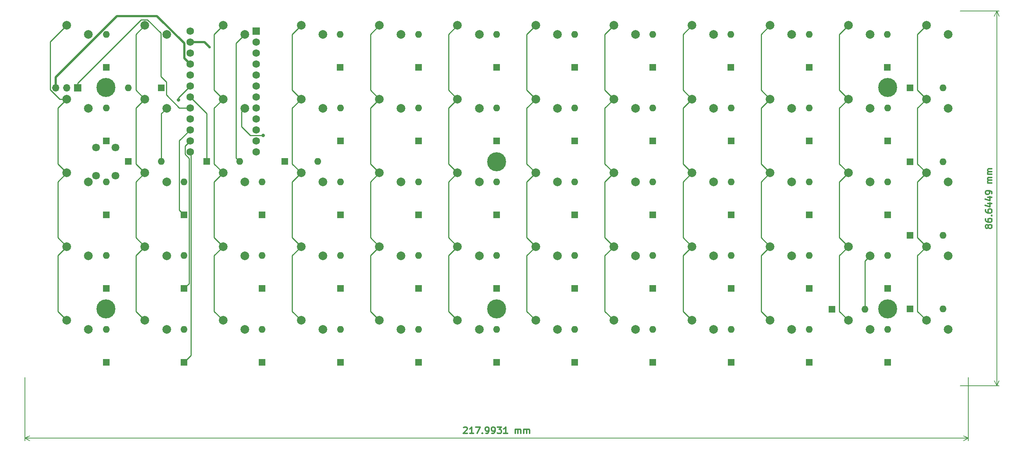
<source format=gtl>
G04 #@! TF.GenerationSoftware,KiCad,Pcbnew,7.0.1*
G04 #@! TF.CreationDate,2023-04-06T13:44:27+02:00*
G04 #@! TF.ProjectId,t-rex,742d7265-782e-46b6-9963-61645f706362,rev?*
G04 #@! TF.SameCoordinates,Original*
G04 #@! TF.FileFunction,Copper,L1,Top*
G04 #@! TF.FilePolarity,Positive*
%FSLAX46Y46*%
G04 Gerber Fmt 4.6, Leading zero omitted, Abs format (unit mm)*
G04 Created by KiCad (PCBNEW 7.0.1) date 2023-04-06 13:44:27*
%MOMM*%
%LPD*%
G01*
G04 APERTURE LIST*
%ADD10C,0.300000*%
G04 #@! TA.AperFunction,NonConductor*
%ADD11C,0.300000*%
G04 #@! TD*
G04 #@! TA.AperFunction,NonConductor*
%ADD12C,0.200000*%
G04 #@! TD*
G04 #@! TA.AperFunction,ComponentPad*
%ADD13R,1.600000X1.600000*%
G04 #@! TD*
G04 #@! TA.AperFunction,ComponentPad*
%ADD14O,1.600000X1.600000*%
G04 #@! TD*
G04 #@! TA.AperFunction,ComponentPad*
%ADD15C,2.000000*%
G04 #@! TD*
G04 #@! TA.AperFunction,ComponentPad*
%ADD16R,1.700000X1.700000*%
G04 #@! TD*
G04 #@! TA.AperFunction,ComponentPad*
%ADD17O,1.700000X1.700000*%
G04 #@! TD*
G04 #@! TA.AperFunction,ComponentPad*
%ADD18C,4.400000*%
G04 #@! TD*
G04 #@! TA.AperFunction,ComponentPad*
%ADD19C,1.800000*%
G04 #@! TD*
G04 #@! TA.AperFunction,ComponentPad*
%ADD20R,1.752600X1.752600*%
G04 #@! TD*
G04 #@! TA.AperFunction,ComponentPad*
%ADD21C,1.752600*%
G04 #@! TD*
G04 #@! TA.AperFunction,ViaPad*
%ADD22C,0.800000*%
G04 #@! TD*
G04 #@! TA.AperFunction,ViaPad*
%ADD23C,0.600000*%
G04 #@! TD*
G04 #@! TA.AperFunction,Conductor*
%ADD24C,0.250000*%
G04 #@! TD*
G04 #@! TA.AperFunction,Conductor*
%ADD25C,0.508000*%
G04 #@! TD*
G04 APERTURE END LIST*
D10*
D11*
X255811785Y-75467855D02*
X255740357Y-75610712D01*
X255740357Y-75610712D02*
X255668928Y-75682141D01*
X255668928Y-75682141D02*
X255526071Y-75753569D01*
X255526071Y-75753569D02*
X255454642Y-75753569D01*
X255454642Y-75753569D02*
X255311785Y-75682141D01*
X255311785Y-75682141D02*
X255240357Y-75610712D01*
X255240357Y-75610712D02*
X255168928Y-75467855D01*
X255168928Y-75467855D02*
X255168928Y-75182141D01*
X255168928Y-75182141D02*
X255240357Y-75039284D01*
X255240357Y-75039284D02*
X255311785Y-74967855D01*
X255311785Y-74967855D02*
X255454642Y-74896426D01*
X255454642Y-74896426D02*
X255526071Y-74896426D01*
X255526071Y-74896426D02*
X255668928Y-74967855D01*
X255668928Y-74967855D02*
X255740357Y-75039284D01*
X255740357Y-75039284D02*
X255811785Y-75182141D01*
X255811785Y-75182141D02*
X255811785Y-75467855D01*
X255811785Y-75467855D02*
X255883214Y-75610712D01*
X255883214Y-75610712D02*
X255954642Y-75682141D01*
X255954642Y-75682141D02*
X256097500Y-75753569D01*
X256097500Y-75753569D02*
X256383214Y-75753569D01*
X256383214Y-75753569D02*
X256526071Y-75682141D01*
X256526071Y-75682141D02*
X256597500Y-75610712D01*
X256597500Y-75610712D02*
X256668928Y-75467855D01*
X256668928Y-75467855D02*
X256668928Y-75182141D01*
X256668928Y-75182141D02*
X256597500Y-75039284D01*
X256597500Y-75039284D02*
X256526071Y-74967855D01*
X256526071Y-74967855D02*
X256383214Y-74896426D01*
X256383214Y-74896426D02*
X256097500Y-74896426D01*
X256097500Y-74896426D02*
X255954642Y-74967855D01*
X255954642Y-74967855D02*
X255883214Y-75039284D01*
X255883214Y-75039284D02*
X255811785Y-75182141D01*
X255168928Y-73610713D02*
X255168928Y-73896427D01*
X255168928Y-73896427D02*
X255240357Y-74039284D01*
X255240357Y-74039284D02*
X255311785Y-74110713D01*
X255311785Y-74110713D02*
X255526071Y-74253570D01*
X255526071Y-74253570D02*
X255811785Y-74324998D01*
X255811785Y-74324998D02*
X256383214Y-74324998D01*
X256383214Y-74324998D02*
X256526071Y-74253570D01*
X256526071Y-74253570D02*
X256597500Y-74182141D01*
X256597500Y-74182141D02*
X256668928Y-74039284D01*
X256668928Y-74039284D02*
X256668928Y-73753570D01*
X256668928Y-73753570D02*
X256597500Y-73610713D01*
X256597500Y-73610713D02*
X256526071Y-73539284D01*
X256526071Y-73539284D02*
X256383214Y-73467855D01*
X256383214Y-73467855D02*
X256026071Y-73467855D01*
X256026071Y-73467855D02*
X255883214Y-73539284D01*
X255883214Y-73539284D02*
X255811785Y-73610713D01*
X255811785Y-73610713D02*
X255740357Y-73753570D01*
X255740357Y-73753570D02*
X255740357Y-74039284D01*
X255740357Y-74039284D02*
X255811785Y-74182141D01*
X255811785Y-74182141D02*
X255883214Y-74253570D01*
X255883214Y-74253570D02*
X256026071Y-74324998D01*
X256526071Y-72824999D02*
X256597500Y-72753570D01*
X256597500Y-72753570D02*
X256668928Y-72824999D01*
X256668928Y-72824999D02*
X256597500Y-72896427D01*
X256597500Y-72896427D02*
X256526071Y-72824999D01*
X256526071Y-72824999D02*
X256668928Y-72824999D01*
X255168928Y-71467856D02*
X255168928Y-71753570D01*
X255168928Y-71753570D02*
X255240357Y-71896427D01*
X255240357Y-71896427D02*
X255311785Y-71967856D01*
X255311785Y-71967856D02*
X255526071Y-72110713D01*
X255526071Y-72110713D02*
X255811785Y-72182141D01*
X255811785Y-72182141D02*
X256383214Y-72182141D01*
X256383214Y-72182141D02*
X256526071Y-72110713D01*
X256526071Y-72110713D02*
X256597500Y-72039284D01*
X256597500Y-72039284D02*
X256668928Y-71896427D01*
X256668928Y-71896427D02*
X256668928Y-71610713D01*
X256668928Y-71610713D02*
X256597500Y-71467856D01*
X256597500Y-71467856D02*
X256526071Y-71396427D01*
X256526071Y-71396427D02*
X256383214Y-71324998D01*
X256383214Y-71324998D02*
X256026071Y-71324998D01*
X256026071Y-71324998D02*
X255883214Y-71396427D01*
X255883214Y-71396427D02*
X255811785Y-71467856D01*
X255811785Y-71467856D02*
X255740357Y-71610713D01*
X255740357Y-71610713D02*
X255740357Y-71896427D01*
X255740357Y-71896427D02*
X255811785Y-72039284D01*
X255811785Y-72039284D02*
X255883214Y-72110713D01*
X255883214Y-72110713D02*
X256026071Y-72182141D01*
X255668928Y-70039285D02*
X256668928Y-70039285D01*
X255097500Y-70396427D02*
X256168928Y-70753570D01*
X256168928Y-70753570D02*
X256168928Y-69824999D01*
X255668928Y-68610714D02*
X256668928Y-68610714D01*
X255097500Y-68967856D02*
X256168928Y-69324999D01*
X256168928Y-69324999D02*
X256168928Y-68396428D01*
X256668928Y-67753571D02*
X256668928Y-67467857D01*
X256668928Y-67467857D02*
X256597500Y-67325000D01*
X256597500Y-67325000D02*
X256526071Y-67253571D01*
X256526071Y-67253571D02*
X256311785Y-67110714D01*
X256311785Y-67110714D02*
X256026071Y-67039285D01*
X256026071Y-67039285D02*
X255454642Y-67039285D01*
X255454642Y-67039285D02*
X255311785Y-67110714D01*
X255311785Y-67110714D02*
X255240357Y-67182143D01*
X255240357Y-67182143D02*
X255168928Y-67325000D01*
X255168928Y-67325000D02*
X255168928Y-67610714D01*
X255168928Y-67610714D02*
X255240357Y-67753571D01*
X255240357Y-67753571D02*
X255311785Y-67825000D01*
X255311785Y-67825000D02*
X255454642Y-67896428D01*
X255454642Y-67896428D02*
X255811785Y-67896428D01*
X255811785Y-67896428D02*
X255954642Y-67825000D01*
X255954642Y-67825000D02*
X256026071Y-67753571D01*
X256026071Y-67753571D02*
X256097500Y-67610714D01*
X256097500Y-67610714D02*
X256097500Y-67325000D01*
X256097500Y-67325000D02*
X256026071Y-67182143D01*
X256026071Y-67182143D02*
X255954642Y-67110714D01*
X255954642Y-67110714D02*
X255811785Y-67039285D01*
X256668928Y-65253572D02*
X255668928Y-65253572D01*
X255811785Y-65253572D02*
X255740357Y-65182143D01*
X255740357Y-65182143D02*
X255668928Y-65039286D01*
X255668928Y-65039286D02*
X255668928Y-64825000D01*
X255668928Y-64825000D02*
X255740357Y-64682143D01*
X255740357Y-64682143D02*
X255883214Y-64610715D01*
X255883214Y-64610715D02*
X256668928Y-64610715D01*
X255883214Y-64610715D02*
X255740357Y-64539286D01*
X255740357Y-64539286D02*
X255668928Y-64396429D01*
X255668928Y-64396429D02*
X255668928Y-64182143D01*
X255668928Y-64182143D02*
X255740357Y-64039286D01*
X255740357Y-64039286D02*
X255883214Y-63967857D01*
X255883214Y-63967857D02*
X256668928Y-63967857D01*
X256668928Y-63253572D02*
X255668928Y-63253572D01*
X255811785Y-63253572D02*
X255740357Y-63182143D01*
X255740357Y-63182143D02*
X255668928Y-63039286D01*
X255668928Y-63039286D02*
X255668928Y-62825000D01*
X255668928Y-62825000D02*
X255740357Y-62682143D01*
X255740357Y-62682143D02*
X255883214Y-62610715D01*
X255883214Y-62610715D02*
X256668928Y-62610715D01*
X255883214Y-62610715D02*
X255740357Y-62539286D01*
X255740357Y-62539286D02*
X255668928Y-62396429D01*
X255668928Y-62396429D02*
X255668928Y-62182143D01*
X255668928Y-62182143D02*
X255740357Y-62039286D01*
X255740357Y-62039286D02*
X255883214Y-61967857D01*
X255883214Y-61967857D02*
X256668928Y-61967857D01*
D12*
X249366202Y-112147453D02*
X258361420Y-112147453D01*
X249366202Y-25502547D02*
X258361420Y-25502547D01*
X257775000Y-112147453D02*
X257775000Y-25502547D01*
X257775000Y-112147453D02*
X257775000Y-25502547D01*
X257775000Y-112147453D02*
X257188579Y-111020949D01*
X257775000Y-112147453D02*
X258361421Y-111020949D01*
X257775000Y-25502547D02*
X258361421Y-26629051D01*
X257775000Y-25502547D02*
X257188579Y-26629051D01*
D10*
D11*
X134608054Y-121861785D02*
X134679482Y-121790357D01*
X134679482Y-121790357D02*
X134822340Y-121718928D01*
X134822340Y-121718928D02*
X135179482Y-121718928D01*
X135179482Y-121718928D02*
X135322340Y-121790357D01*
X135322340Y-121790357D02*
X135393768Y-121861785D01*
X135393768Y-121861785D02*
X135465197Y-122004642D01*
X135465197Y-122004642D02*
X135465197Y-122147499D01*
X135465197Y-122147499D02*
X135393768Y-122361785D01*
X135393768Y-122361785D02*
X134536625Y-123218928D01*
X134536625Y-123218928D02*
X135465197Y-123218928D01*
X136893768Y-123218928D02*
X136036625Y-123218928D01*
X136465196Y-123218928D02*
X136465196Y-121718928D01*
X136465196Y-121718928D02*
X136322339Y-121933214D01*
X136322339Y-121933214D02*
X136179482Y-122076071D01*
X136179482Y-122076071D02*
X136036625Y-122147499D01*
X137393767Y-121718928D02*
X138393767Y-121718928D01*
X138393767Y-121718928D02*
X137750910Y-123218928D01*
X138965195Y-123076071D02*
X139036624Y-123147499D01*
X139036624Y-123147499D02*
X138965195Y-123218928D01*
X138965195Y-123218928D02*
X138893767Y-123147499D01*
X138893767Y-123147499D02*
X138965195Y-123076071D01*
X138965195Y-123076071D02*
X138965195Y-123218928D01*
X139750910Y-123218928D02*
X140036624Y-123218928D01*
X140036624Y-123218928D02*
X140179481Y-123147499D01*
X140179481Y-123147499D02*
X140250910Y-123076071D01*
X140250910Y-123076071D02*
X140393767Y-122861785D01*
X140393767Y-122861785D02*
X140465196Y-122576071D01*
X140465196Y-122576071D02*
X140465196Y-122004642D01*
X140465196Y-122004642D02*
X140393767Y-121861785D01*
X140393767Y-121861785D02*
X140322339Y-121790357D01*
X140322339Y-121790357D02*
X140179481Y-121718928D01*
X140179481Y-121718928D02*
X139893767Y-121718928D01*
X139893767Y-121718928D02*
X139750910Y-121790357D01*
X139750910Y-121790357D02*
X139679481Y-121861785D01*
X139679481Y-121861785D02*
X139608053Y-122004642D01*
X139608053Y-122004642D02*
X139608053Y-122361785D01*
X139608053Y-122361785D02*
X139679481Y-122504642D01*
X139679481Y-122504642D02*
X139750910Y-122576071D01*
X139750910Y-122576071D02*
X139893767Y-122647499D01*
X139893767Y-122647499D02*
X140179481Y-122647499D01*
X140179481Y-122647499D02*
X140322338Y-122576071D01*
X140322338Y-122576071D02*
X140393767Y-122504642D01*
X140393767Y-122504642D02*
X140465196Y-122361785D01*
X141179481Y-123218928D02*
X141465195Y-123218928D01*
X141465195Y-123218928D02*
X141608052Y-123147499D01*
X141608052Y-123147499D02*
X141679481Y-123076071D01*
X141679481Y-123076071D02*
X141822338Y-122861785D01*
X141822338Y-122861785D02*
X141893767Y-122576071D01*
X141893767Y-122576071D02*
X141893767Y-122004642D01*
X141893767Y-122004642D02*
X141822338Y-121861785D01*
X141822338Y-121861785D02*
X141750910Y-121790357D01*
X141750910Y-121790357D02*
X141608052Y-121718928D01*
X141608052Y-121718928D02*
X141322338Y-121718928D01*
X141322338Y-121718928D02*
X141179481Y-121790357D01*
X141179481Y-121790357D02*
X141108052Y-121861785D01*
X141108052Y-121861785D02*
X141036624Y-122004642D01*
X141036624Y-122004642D02*
X141036624Y-122361785D01*
X141036624Y-122361785D02*
X141108052Y-122504642D01*
X141108052Y-122504642D02*
X141179481Y-122576071D01*
X141179481Y-122576071D02*
X141322338Y-122647499D01*
X141322338Y-122647499D02*
X141608052Y-122647499D01*
X141608052Y-122647499D02*
X141750909Y-122576071D01*
X141750909Y-122576071D02*
X141822338Y-122504642D01*
X141822338Y-122504642D02*
X141893767Y-122361785D01*
X142393766Y-121718928D02*
X143322338Y-121718928D01*
X143322338Y-121718928D02*
X142822338Y-122290357D01*
X142822338Y-122290357D02*
X143036623Y-122290357D01*
X143036623Y-122290357D02*
X143179481Y-122361785D01*
X143179481Y-122361785D02*
X143250909Y-122433214D01*
X143250909Y-122433214D02*
X143322338Y-122576071D01*
X143322338Y-122576071D02*
X143322338Y-122933214D01*
X143322338Y-122933214D02*
X143250909Y-123076071D01*
X143250909Y-123076071D02*
X143179480Y-123147500D01*
X143179480Y-123147500D02*
X143036623Y-123218928D01*
X143036623Y-123218928D02*
X142608052Y-123218928D01*
X142608052Y-123218928D02*
X142465195Y-123147500D01*
X142465195Y-123147500D02*
X142393766Y-123076071D01*
X144750909Y-123218928D02*
X143893766Y-123218928D01*
X144322337Y-123218928D02*
X144322337Y-121718928D01*
X144322337Y-121718928D02*
X144179480Y-121933214D01*
X144179480Y-121933214D02*
X144036623Y-122076071D01*
X144036623Y-122076071D02*
X143893766Y-122147500D01*
X146536622Y-123218928D02*
X146536622Y-122218928D01*
X146536622Y-122361785D02*
X146608051Y-122290357D01*
X146608051Y-122290357D02*
X146750908Y-122218928D01*
X146750908Y-122218928D02*
X146965194Y-122218928D01*
X146965194Y-122218928D02*
X147108051Y-122290357D01*
X147108051Y-122290357D02*
X147179480Y-122433214D01*
X147179480Y-122433214D02*
X147179479Y-123218928D01*
X147179480Y-122433214D02*
X147250908Y-122290357D01*
X147250908Y-122290357D02*
X147393765Y-122218928D01*
X147393765Y-122218928D02*
X147608051Y-122218928D01*
X147608051Y-122218928D02*
X147750908Y-122290357D01*
X147750908Y-122290357D02*
X147822337Y-122433214D01*
X147822337Y-122433214D02*
X147822337Y-123218928D01*
X148536622Y-123218928D02*
X148536622Y-122218928D01*
X148536622Y-122361785D02*
X148608051Y-122290357D01*
X148608051Y-122290357D02*
X148750908Y-122218928D01*
X148750908Y-122218928D02*
X148965194Y-122218928D01*
X148965194Y-122218928D02*
X149108051Y-122290357D01*
X149108051Y-122290357D02*
X149179480Y-122433214D01*
X149179480Y-122433214D02*
X149179479Y-123218928D01*
X149179480Y-122433214D02*
X149250908Y-122290357D01*
X149250908Y-122290357D02*
X149393765Y-122218928D01*
X149393765Y-122218928D02*
X149608051Y-122218928D01*
X149608051Y-122218928D02*
X149750908Y-122290357D01*
X149750908Y-122290357D02*
X149822337Y-122433214D01*
X149822337Y-122433214D02*
X149822337Y-123218928D01*
D12*
X33254367Y-110266202D02*
X33254367Y-124911419D01*
X251247452Y-110266203D02*
X251247452Y-124911420D01*
X33254367Y-124324999D02*
X251247452Y-124325000D01*
X33254367Y-124324999D02*
X251247452Y-124325000D01*
X33254367Y-124324999D02*
X34380871Y-123738578D01*
X33254367Y-124324999D02*
X34380871Y-124911420D01*
X251247452Y-124325000D02*
X250120948Y-124911421D01*
X251247452Y-124325000D02*
X250120948Y-123738579D01*
D13*
X64816199Y-43230000D03*
D14*
X57196199Y-43230000D03*
D15*
X205441239Y-79987500D03*
X210441239Y-82087500D03*
D13*
X232525000Y-38510000D03*
D14*
X232525000Y-30890000D03*
D15*
X61006199Y-79987500D03*
X66006199Y-82087500D03*
D16*
X45476819Y-43250000D03*
D17*
X42936819Y-43250000D03*
X40396819Y-43250000D03*
D13*
X232549999Y-72635000D03*
D14*
X232549999Y-65015000D03*
D15*
X151278099Y-28800000D03*
X156278099Y-30900000D03*
D13*
X196400000Y-72635000D03*
D14*
X196400000Y-65015000D03*
D18*
X142250000Y-60325000D03*
D13*
X232549999Y-106760000D03*
D14*
X232549999Y-99140000D03*
D15*
X241549999Y-79987500D03*
X246549999Y-82087500D03*
D13*
X106169339Y-55572500D03*
D14*
X106169339Y-47952500D03*
D15*
X151278099Y-45862500D03*
X156278099Y-47962500D03*
D13*
X160300000Y-89697500D03*
D14*
X160300000Y-82077500D03*
D13*
X142250000Y-89697500D03*
D14*
X142250000Y-82077500D03*
D15*
X97114959Y-45862500D03*
X102114959Y-47962500D03*
X133223719Y-97050000D03*
X138223719Y-99150000D03*
X133223719Y-79987500D03*
X138223719Y-82087500D03*
D13*
X106125000Y-38510000D03*
D14*
X106125000Y-30890000D03*
D15*
X151278099Y-79987500D03*
X156278099Y-82087500D03*
X169332479Y-45862500D03*
X174332479Y-47962500D03*
X115169339Y-45862500D03*
X120169339Y-47962500D03*
D13*
X124200000Y-89697500D03*
D14*
X124200000Y-82077500D03*
D15*
X169332479Y-79987500D03*
X174332479Y-82087500D03*
D18*
X52006199Y-94387500D03*
D13*
X124200000Y-106760000D03*
D14*
X124200000Y-99140000D03*
D13*
X178350000Y-106760000D03*
D14*
X178350000Y-99140000D03*
D15*
X61006199Y-62925000D03*
X66006199Y-65025000D03*
X187386859Y-45862500D03*
X192386859Y-47962500D03*
D13*
X214425000Y-38510000D03*
D14*
X214425000Y-30890000D03*
D13*
X237739999Y-94425000D03*
D14*
X245359999Y-94425000D03*
D13*
X70060579Y-106760000D03*
D14*
X70060579Y-99140000D03*
D15*
X169332479Y-28800000D03*
X174332479Y-30900000D03*
D13*
X196400000Y-89697500D03*
D14*
X196400000Y-82077500D03*
D15*
X115169339Y-28800000D03*
X120169339Y-30900000D03*
X192386859Y-82087500D03*
X187386859Y-79987500D03*
D13*
X70060579Y-89697500D03*
D14*
X70060579Y-82077500D03*
D13*
X178350000Y-72635000D03*
D14*
X178350000Y-65015000D03*
D13*
X142225000Y-38510000D03*
D14*
X142225000Y-30890000D03*
D13*
X196375000Y-38510000D03*
D14*
X196375000Y-30890000D03*
D13*
X57196199Y-60300000D03*
D14*
X64816199Y-60300000D03*
D15*
X79060579Y-62925000D03*
X84060579Y-65025000D03*
X223495619Y-62925000D03*
X228495619Y-65025000D03*
D13*
X219685619Y-94475000D03*
D14*
X227305619Y-94475000D03*
D15*
X151278099Y-97050000D03*
X156278099Y-99150000D03*
D13*
X52050000Y-72635000D03*
D14*
X52050000Y-65015000D03*
D13*
X214500000Y-89697500D03*
D14*
X214500000Y-82077500D03*
D15*
X223495619Y-97050000D03*
X228495619Y-99150000D03*
D13*
X237739999Y-60325000D03*
D14*
X245359999Y-60325000D03*
D15*
X133223719Y-28800000D03*
X138223719Y-30900000D03*
X223495619Y-28800000D03*
X228495619Y-30900000D03*
X205441239Y-28800000D03*
X210441239Y-30900000D03*
X61006199Y-28800000D03*
X66006199Y-30900000D03*
X79060579Y-97050000D03*
X84060579Y-99150000D03*
D13*
X124194339Y-38510000D03*
D14*
X124194339Y-30890000D03*
D13*
X106169339Y-106760000D03*
D14*
X106169339Y-99140000D03*
D15*
X79060579Y-79987500D03*
X84060579Y-82087500D03*
X115169339Y-62925000D03*
X120169339Y-65025000D03*
X61006199Y-45862500D03*
X66006199Y-47962500D03*
X205441239Y-97050000D03*
X210441239Y-99150000D03*
X42951819Y-79987500D03*
X47951819Y-82087500D03*
D18*
X232549999Y-94387500D03*
D13*
X214500000Y-55572500D03*
D14*
X214500000Y-47952500D03*
D18*
X142250000Y-94387500D03*
D13*
X52050000Y-55572500D03*
D14*
X52050000Y-47952500D03*
D15*
X241549999Y-28800000D03*
X246549999Y-30900000D03*
X42951819Y-28800000D03*
X47951819Y-30900000D03*
D13*
X52050000Y-106760000D03*
D14*
X52050000Y-99140000D03*
D13*
X178350000Y-55572500D03*
D14*
X178350000Y-47952500D03*
D15*
X115169339Y-79987500D03*
X120169339Y-82087500D03*
D13*
X160300000Y-72635000D03*
D14*
X160300000Y-65015000D03*
D13*
X93304959Y-60300000D03*
D14*
X100924959Y-60300000D03*
D15*
X223495619Y-79987500D03*
X228495619Y-82087500D03*
X205441239Y-62925000D03*
X210441239Y-65025000D03*
D13*
X142250000Y-72635000D03*
D14*
X142250000Y-65015000D03*
D13*
X70060579Y-72635000D03*
D14*
X70060579Y-65015000D03*
D13*
X88100000Y-106760000D03*
D14*
X88100000Y-99140000D03*
D13*
X196400000Y-55572500D03*
D14*
X196400000Y-47952500D03*
D13*
X142250000Y-106760000D03*
D14*
X142250000Y-99140000D03*
D13*
X75250579Y-60300000D03*
D14*
X82870579Y-60300000D03*
D15*
X241549999Y-62925000D03*
X246549999Y-65025000D03*
X187386859Y-28800000D03*
X192386859Y-30900000D03*
D13*
X52050000Y-89697500D03*
D14*
X52050000Y-82077500D03*
D13*
X178325000Y-38510000D03*
D14*
X178325000Y-30890000D03*
D15*
X241549999Y-45862500D03*
X246549999Y-47962500D03*
X42951819Y-62925000D03*
X47951819Y-65025000D03*
X97114959Y-28800000D03*
X102114959Y-30900000D03*
X151278099Y-62925000D03*
X156278099Y-65025000D03*
X61006199Y-97050000D03*
X66006199Y-99150000D03*
X42951819Y-97050000D03*
X47951819Y-99150000D03*
X133223719Y-62925000D03*
X138223719Y-65025000D03*
D13*
X124200000Y-72635000D03*
D14*
X124200000Y-65015000D03*
D15*
X187386859Y-62925000D03*
X192386859Y-65025000D03*
X133223719Y-45862500D03*
X138223719Y-47962500D03*
D13*
X124200000Y-55572500D03*
D14*
X124200000Y-47952500D03*
D15*
X241549999Y-97050000D03*
X246549999Y-99150000D03*
D13*
X160300000Y-55572500D03*
D14*
X160300000Y-47952500D03*
D13*
X214500000Y-106760000D03*
D14*
X214500000Y-99140000D03*
D18*
X52006199Y-43200000D03*
D13*
X214500000Y-72635000D03*
D14*
X214500000Y-65015000D03*
D13*
X106169339Y-89697500D03*
D14*
X106169339Y-82077500D03*
D13*
X88100000Y-72635000D03*
D14*
X88100000Y-65015000D03*
D15*
X97114959Y-79987500D03*
X102114959Y-82087500D03*
D13*
X237739999Y-77387500D03*
D14*
X245359999Y-77387500D03*
D15*
X115169339Y-97050000D03*
X120169339Y-99150000D03*
D13*
X160275000Y-38510000D03*
D14*
X160275000Y-30890000D03*
D13*
X160300000Y-106760000D03*
D14*
X160300000Y-99140000D03*
D13*
X52050000Y-38510000D03*
D14*
X52050000Y-30890000D03*
D13*
X196400000Y-106760000D03*
D14*
X196400000Y-99140000D03*
D13*
X237739999Y-43225000D03*
D14*
X245359999Y-43225000D03*
D13*
X106169339Y-72635000D03*
D14*
X106169339Y-65015000D03*
D13*
X88100000Y-89697500D03*
D14*
X88100000Y-82077500D03*
D18*
X232549999Y-43200000D03*
D13*
X142250000Y-55572500D03*
D14*
X142250000Y-47952500D03*
D15*
X97114959Y-62925000D03*
X102114959Y-65025000D03*
X169332479Y-97050000D03*
X174332479Y-99150000D03*
D13*
X232549999Y-55572500D03*
D14*
X232549999Y-47952500D03*
D13*
X178350000Y-89697500D03*
D14*
X178350000Y-82077500D03*
D15*
X223495619Y-45862500D03*
X228495619Y-47962500D03*
D13*
X232549999Y-89697500D03*
D14*
X232549999Y-82077500D03*
D15*
X42951819Y-45862500D03*
X47951819Y-47962500D03*
X187386859Y-97050000D03*
X192386859Y-99150000D03*
X79060579Y-45862500D03*
X84060579Y-47962500D03*
X97114959Y-97050000D03*
X102114959Y-99150000D03*
X79060579Y-28800000D03*
X84060579Y-30900000D03*
X205441239Y-45862500D03*
X210441239Y-47962500D03*
X169332479Y-62925000D03*
X174332479Y-65025000D03*
D19*
X54229009Y-57043750D03*
X49729009Y-63543750D03*
X49729009Y-57043750D03*
X54229009Y-63543750D03*
D20*
X86680579Y-30116750D03*
D21*
X86680579Y-32656750D03*
X86680579Y-35196750D03*
X86680579Y-37736750D03*
X86680579Y-40276750D03*
X86680579Y-42816750D03*
X86680579Y-45356750D03*
X86680579Y-47896750D03*
X86680579Y-50436750D03*
X86680579Y-52976750D03*
X86680579Y-55516750D03*
X86680579Y-58056750D03*
X71440579Y-58056750D03*
X71440579Y-55516750D03*
X71440579Y-52976750D03*
X71440579Y-50436750D03*
X71440579Y-47896750D03*
X71440579Y-45356750D03*
X71440579Y-42816750D03*
X71440579Y-40276750D03*
X71440579Y-37736750D03*
X71440579Y-35196750D03*
X71440579Y-32656750D03*
X71440579Y-30116750D03*
D22*
X68725000Y-46081250D03*
D23*
X75950000Y-33825000D03*
D22*
X88325000Y-54250000D03*
D24*
X39150000Y-32601819D02*
X42951819Y-28800000D01*
X40876818Y-77912499D02*
X40876818Y-65000001D01*
X39150000Y-43664882D02*
X39150000Y-32601819D01*
X42951819Y-97050000D02*
X40876818Y-94974999D01*
X42951819Y-79987500D02*
X40876818Y-77912499D01*
X42951819Y-62925000D02*
X40876818Y-60849999D01*
X40876818Y-94974999D02*
X40876818Y-82062501D01*
X40876818Y-60849999D02*
X40876818Y-47937501D01*
X40876818Y-65000001D02*
X42951819Y-62925000D01*
X42951819Y-45862500D02*
X41347618Y-45862500D01*
X41347618Y-45862500D02*
X39150000Y-43664882D01*
X40876818Y-47937501D02*
X42951819Y-45862500D01*
X40876818Y-82062501D02*
X42951819Y-79987500D01*
X58931198Y-82062501D02*
X61006199Y-79987500D01*
X61006199Y-62925000D02*
X58931198Y-60849999D01*
X61006199Y-45862500D02*
X58931198Y-43787499D01*
X58931198Y-94974999D02*
X58931198Y-82062501D01*
X58931198Y-60849999D02*
X58931198Y-47937501D01*
X58931198Y-77912499D02*
X58931198Y-65000001D01*
X58931198Y-30875001D02*
X61006199Y-28800000D01*
X58931198Y-43787499D02*
X58931198Y-30875001D01*
X61006199Y-97050000D02*
X58931198Y-94974999D01*
X58931198Y-65000001D02*
X61006199Y-62925000D01*
X68725000Y-45532329D02*
X71440579Y-42816750D01*
X58931198Y-47937501D02*
X61006199Y-45862500D01*
X68725000Y-46081250D02*
X68725000Y-45532329D01*
X61006199Y-79987500D02*
X58931198Y-77912499D01*
X76985578Y-60849999D02*
X76985578Y-47937501D01*
X76985578Y-43787499D02*
X76985578Y-30875001D01*
X79060579Y-45862500D02*
X76985578Y-43787499D01*
X79060579Y-62925000D02*
X76985578Y-60849999D01*
X76985578Y-47937501D02*
X79060579Y-45862500D01*
X76985578Y-82062501D02*
X79060579Y-79987500D01*
X79060579Y-97050000D02*
X76985578Y-94974999D01*
X76985578Y-94974999D02*
X76985578Y-82062501D01*
X79060579Y-79987500D02*
X76985578Y-77912499D01*
X76985578Y-77912499D02*
X76985578Y-65000001D01*
X76985578Y-30875001D02*
X79060579Y-28800000D01*
X76985578Y-65000001D02*
X79060579Y-62925000D01*
X95039958Y-94974999D02*
X97114959Y-97050000D01*
X97114959Y-62925000D02*
X95039958Y-65000001D01*
X95039958Y-65000001D02*
X95039958Y-77912499D01*
X97114959Y-79987500D02*
X95039958Y-82062501D01*
X95039958Y-43787499D02*
X97114959Y-45862500D01*
X95039958Y-30875001D02*
X95039958Y-43787499D01*
X95039958Y-47937501D02*
X95039958Y-60849999D01*
X97114959Y-45862500D02*
X95039958Y-47937501D01*
X95039958Y-77912499D02*
X97114959Y-79987500D01*
X95039958Y-82062501D02*
X95039958Y-94974999D01*
X97114959Y-28800000D02*
X95039958Y-30875001D01*
X95039958Y-60849999D02*
X97114959Y-62925000D01*
X115169339Y-62925000D02*
X113094338Y-65000001D01*
X113094338Y-77912499D02*
X115169339Y-79987500D01*
X113094338Y-30875001D02*
X113094338Y-43787499D01*
X113094338Y-60849999D02*
X115169339Y-62925000D01*
X113094338Y-47937501D02*
X113094338Y-60849999D01*
X113094338Y-94974999D02*
X115169339Y-97050000D01*
X115169339Y-79987500D02*
X113094338Y-82062501D01*
X115169339Y-45862500D02*
X113094338Y-47937501D01*
X113094338Y-82062501D02*
X113094338Y-94974999D01*
X113094338Y-43787499D02*
X115169339Y-45862500D01*
X113094338Y-65000001D02*
X113094338Y-77912499D01*
X115169339Y-28800000D02*
X113094338Y-30875001D01*
X133223719Y-45862500D02*
X131148718Y-47937501D01*
X131148718Y-30875001D02*
X131148718Y-43787499D01*
X131148718Y-47937501D02*
X131148718Y-60849999D01*
X131148718Y-82062501D02*
X131148718Y-94974999D01*
X133223719Y-62925000D02*
X131148718Y-65000001D01*
X131148718Y-65000001D02*
X131148718Y-77912499D01*
X131148718Y-60849999D02*
X133223719Y-62925000D01*
X131148718Y-77912499D02*
X133223719Y-79987500D01*
X131148718Y-43787499D02*
X133223719Y-45862500D01*
X133223719Y-79987500D02*
X131148718Y-82062501D01*
X133223719Y-28800000D02*
X131148718Y-30875001D01*
X131148718Y-94974999D02*
X133223719Y-97050000D01*
X151278099Y-79987500D02*
X149203098Y-82062501D01*
X151278099Y-45862500D02*
X149203098Y-47937501D01*
X149203098Y-94974999D02*
X151278099Y-97050000D01*
X151278099Y-28800000D02*
X149203098Y-30875001D01*
X149203098Y-47937501D02*
X149203098Y-60849999D01*
X149203098Y-77912499D02*
X151278099Y-79987500D01*
X149203098Y-65000001D02*
X149203098Y-77912499D01*
X149203098Y-30875001D02*
X149203098Y-43787499D01*
X149203098Y-43787499D02*
X151278099Y-45862500D01*
X151278099Y-62925000D02*
X149203098Y-65000001D01*
X149203098Y-60849999D02*
X151278099Y-62925000D01*
X149203098Y-82062501D02*
X149203098Y-94974999D01*
X167257478Y-30875001D02*
X167257478Y-43787499D01*
X169332479Y-45862500D02*
X167257478Y-47937501D01*
X167257478Y-94974999D02*
X169332479Y-97050000D01*
X167257478Y-47937501D02*
X167257478Y-60849999D01*
X167257478Y-77912499D02*
X169332479Y-79987500D01*
X167257478Y-60849999D02*
X169332479Y-62925000D01*
X169332479Y-62925000D02*
X167257478Y-65000001D01*
X167257478Y-43787499D02*
X169332479Y-45862500D01*
X167257478Y-65000001D02*
X167257478Y-77912499D01*
X167257478Y-82062501D02*
X167257478Y-94974999D01*
X169332479Y-79987500D02*
X167257478Y-82062501D01*
X169332479Y-28800000D02*
X167257478Y-30875001D01*
X185311858Y-65000001D02*
X185311858Y-77912499D01*
X187386859Y-62925000D02*
X185311858Y-65000001D01*
X187386859Y-45862500D02*
X185311858Y-47937501D01*
X185311858Y-30875001D02*
X185311858Y-43787499D01*
X187386859Y-28800000D02*
X185311858Y-30875001D01*
X185311858Y-60849999D02*
X187386859Y-62925000D01*
X185311858Y-82062501D02*
X185311858Y-94974999D01*
X187386859Y-79987500D02*
X185311858Y-82062501D01*
X185311858Y-43787499D02*
X187386859Y-45862500D01*
X185311858Y-77912499D02*
X187386859Y-79987500D01*
X185311858Y-94974999D02*
X187386859Y-97050000D01*
X185311858Y-47937501D02*
X185311858Y-60849999D01*
X203366238Y-43787499D02*
X205441239Y-45862500D01*
X203366238Y-94974999D02*
X205441239Y-97050000D01*
X205441239Y-45862500D02*
X203366238Y-47937501D01*
X203366238Y-47937501D02*
X203366238Y-60849999D01*
X205441239Y-62925000D02*
X203366238Y-65000001D01*
X205441239Y-79987500D02*
X203366238Y-82062501D01*
X205441239Y-28800000D02*
X203366238Y-30875001D01*
X203366238Y-65000001D02*
X203366238Y-77912499D01*
X203366238Y-82062501D02*
X203366238Y-94974999D01*
X203366238Y-30875001D02*
X203366238Y-43787499D01*
X203366238Y-77912499D02*
X205441239Y-79987500D01*
X203366238Y-60849999D02*
X205441239Y-62925000D01*
X223495619Y-45862500D02*
X221420618Y-47937501D01*
X221420618Y-43787499D02*
X223495619Y-45862500D01*
X221420618Y-82062501D02*
X221420618Y-94974999D01*
X223495619Y-79987500D02*
X221420618Y-82062501D01*
X221420618Y-94974999D02*
X223495619Y-97050000D01*
X223495619Y-62925000D02*
X221420618Y-65000001D01*
X221420618Y-65000001D02*
X221420618Y-77912499D01*
X221420618Y-77912499D02*
X223495619Y-79987500D01*
X223495619Y-28800000D02*
X221420618Y-30875001D01*
X221420618Y-47937501D02*
X221420618Y-60849999D01*
X221420618Y-60849999D02*
X223495619Y-62925000D01*
X221420618Y-30875001D02*
X221420618Y-43787499D01*
X241549999Y-62925000D02*
X239474998Y-60849999D01*
X239474998Y-43787499D02*
X239474998Y-30875001D01*
X241549999Y-79987500D02*
X239474998Y-77912499D01*
X239474998Y-82062501D02*
X241549999Y-79987500D01*
X239474998Y-60849999D02*
X239474998Y-47937501D01*
X241549999Y-97050000D02*
X239474998Y-94974999D01*
X239474998Y-77912499D02*
X239474998Y-65000001D01*
X239474998Y-30875001D02*
X241549999Y-28800000D01*
X239474998Y-94974999D02*
X239474998Y-82062501D01*
X239474998Y-65000001D02*
X241549999Y-62925000D01*
X239474998Y-47937501D02*
X241549999Y-45862500D01*
X241549999Y-45862500D02*
X239474998Y-43787499D01*
X68946750Y-47896750D02*
X71440579Y-47896750D01*
X45476819Y-43250000D02*
X45476819Y-42150000D01*
X64681199Y-30581199D02*
X64681199Y-40656199D01*
X45476819Y-42150000D02*
X60151819Y-27475000D01*
X60151819Y-27475000D02*
X61575000Y-27475000D01*
X65950000Y-44900000D02*
X68946750Y-47896750D01*
X65950000Y-41925000D02*
X65950000Y-44900000D01*
X61575000Y-27475000D02*
X64681199Y-30581199D01*
X64681199Y-40656199D02*
X65950000Y-41925000D01*
D25*
X75950000Y-33825000D02*
X74781750Y-32656750D01*
X74781750Y-32656750D02*
X71440579Y-32656750D01*
X54541576Y-26625000D02*
X63787466Y-26625000D01*
X40396819Y-43250000D02*
X40396819Y-40769757D01*
X70110279Y-36406450D02*
X71440579Y-37736750D01*
X70110279Y-32947813D02*
X70110279Y-36406450D01*
X63787466Y-26625000D02*
X70110279Y-32947813D01*
X40396819Y-40769757D02*
X54541576Y-26625000D01*
D24*
X75250579Y-49166750D02*
X71440579Y-45356750D01*
X75250579Y-60300000D02*
X75250579Y-49166750D01*
X68935579Y-71510000D02*
X68935579Y-55481750D01*
X70060579Y-72635000D02*
X68935579Y-71510000D01*
X68935579Y-55481750D02*
X71440579Y-52976750D01*
X70239279Y-58614279D02*
X70239279Y-56718050D01*
X71185579Y-88572500D02*
X71185579Y-59560579D01*
X70060579Y-89697500D02*
X71185579Y-88572500D01*
X70239279Y-56718050D02*
X71440579Y-55516750D01*
X71185579Y-59560579D02*
X70239279Y-58614279D01*
X71635579Y-58251750D02*
X71440579Y-58056750D01*
X70060579Y-106760000D02*
X71635579Y-105185000D01*
X71635579Y-105185000D02*
X71635579Y-58251750D01*
X66006199Y-47962500D02*
X64816199Y-49152500D01*
X64816199Y-49152500D02*
X64816199Y-60300000D01*
X83275000Y-52209335D02*
X83275000Y-48748079D01*
X85315665Y-54250000D02*
X83275000Y-52209335D01*
X88325000Y-54250000D02*
X85315665Y-54250000D01*
X83275000Y-48748079D02*
X84060579Y-47962500D01*
X227305619Y-83277500D02*
X227305619Y-94475000D01*
X228495619Y-82087500D02*
X227305619Y-83277500D01*
X82870579Y-60300000D02*
X82070580Y-59500001D01*
X82070580Y-59500001D02*
X82070580Y-32889999D01*
X82070580Y-32889999D02*
X84060579Y-30900000D01*
M02*

</source>
